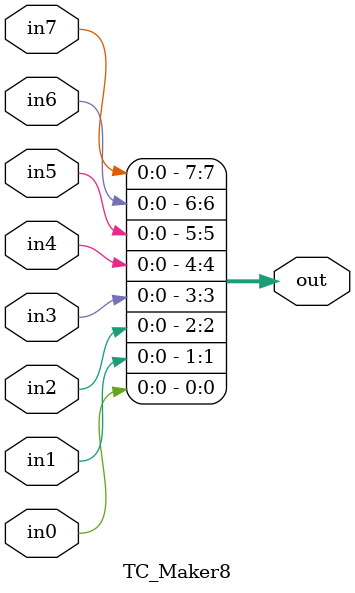
<source format=v>

module TC_Maker8 (in0, in1, in2, in3, in4, in5, in6, in7, out);
    parameter UUID = 0;
    parameter NAME = "";
    input in0;
    input in1;
    input in2;
    input in3;
    input in4;
    input in5;
    input in6;
    input in7;
    output [7:0] out;
    
    assign out = {in7, in6, in5, in4, in3, in2, in1, in0};
endmodule

</source>
